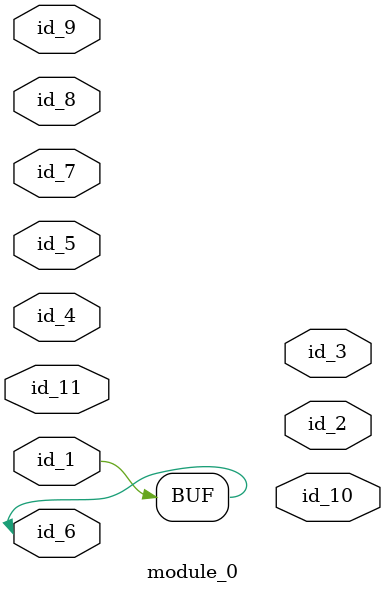
<source format=v>
module module_0 (
    id_1,
    id_2,
    id_3,
    id_4,
    id_5,
    id_6,
    id_7,
    id_8,
    id_9,
    id_10,
    id_11
);
  input wire id_11;
  output wire id_10;
  input wire id_9;
  input wire id_8;
  input wire id_7;
  inout wire id_6;
  input wire id_5;
  inout wire id_4;
  output wire id_3;
  output wire id_2;
  input wire id_1;
  assign id_6 = id_1;
endmodule
module module_1 ();
  wire id_2;
  module_0 modCall_1 (
      id_2,
      id_2,
      id_2,
      id_2,
      id_2,
      id_2,
      id_2,
      id_2,
      id_2,
      id_2,
      id_2
  );
endmodule

</source>
